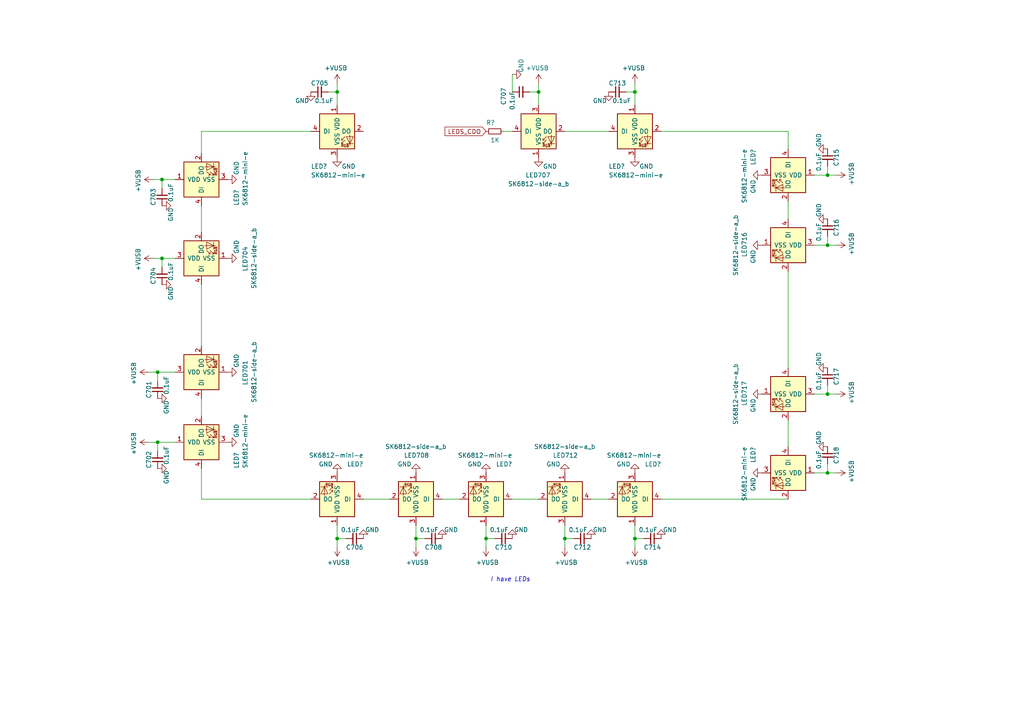
<source format=kicad_sch>
(kicad_sch (version 20230121) (generator eeschema)
  (paper "A4")
  (lib_symbols
    (symbol "BusPirate-5-rev8-rescue:+VUSB-dp-power" (power) (pin_names (offset 1.016))
      (property "Value" "+VUSB-dp-power" (at 0 5.08 0))
      (symbol "+VUSB-dp-power_0_1"
        (polyline (pts (xy 0 0) (xy 0 2.54)))
        (polyline (pts (xy 0 2.54) (xy -0.762 1.27)))
        (polyline (pts (xy 0 2.54) (xy 0.762 1.27)))
      )
      (symbol "+VUSB-dp-power_1_1"
        (pin power_in line (at 0 0 90) (length 0) hide (name "+VUSB") (number "1"))
      )
    )
    (symbol "BusPirate-5-rev8-rescue:SK6812-mini-e-dp-LED" (pin_names (offset 1.016))
      (property "Reference" "LED" (at 11.43 -5.08 0))
      (property "Value" "dp-LED_SK6812-mini-e" (at 11.43 -7.62 0))
      (symbol "SK6812-mini-e-dp-LED_1_1"
        (polyline (pts (xy 1.27 -3.556) (xy 1.778 -3.556)))
        (polyline (pts (xy 1.27 -2.54) (xy 1.778 -2.54)))
        (polyline (pts (xy 4.699 -3.556) (xy 2.667 -3.556)))
        (polyline (pts (xy 2.286 -2.54) (xy 1.27 -3.556) (xy 1.27 -3.048)))
        (polyline (pts (xy 2.286 -1.524) (xy 1.27 -2.54) (xy 1.27 -2.032)))
        (polyline (pts (xy 3.683 -1.016) (xy 3.683 -3.556) (xy 3.683 -4.064)))
        (polyline (pts (xy 4.699 -1.524) (xy 2.667 -1.524) (xy 3.683 -3.556) (xy 4.699 -1.524)))
        (rectangle (start 5.08 5.08) (end -5.08 -5.08) (stroke (width 0.254)) (fill (type background)))
        (text "RGB" (at 2.286 -4.191 0) (effects (font (size 0.762 0.762))))
        (pin power_in line (at 0 7.62 270) (length 2.54) (name "VDD") (number "1"))
        (pin output line (at 7.62 0 180) (length 2.54) (name "DO") (number "2"))
        (pin power_in line (at 0 -7.62 90) (length 2.54) (name "VSS") (number "3"))
        (pin input line (at -7.62 0 0) (length 2.54) (name "DI") (number "4"))
      )
    )
    (symbol "BusPirate-5-rev8-rescue:SK6812-side-a_b-dp-LED" (pin_names (offset 1.016))
      (property "Reference" "LED" (at 12.7 -5.08 0))
      (property "Value" "dp-LED_SK6812-side-a_b" (at 12.7 -7.62 0))
      (symbol "SK6812-side-a_b-dp-LED_1_1"
        (polyline (pts (xy 1.27 -3.556) (xy 1.778 -3.556)))
        (polyline (pts (xy 1.27 -2.54) (xy 1.778 -2.54)))
        (polyline (pts (xy 4.699 -3.556) (xy 2.667 -3.556)))
        (polyline (pts (xy 2.286 -2.54) (xy 1.27 -3.556) (xy 1.27 -3.048)))
        (polyline (pts (xy 2.286 -1.524) (xy 1.27 -2.54) (xy 1.27 -2.032)))
        (polyline (pts (xy 3.683 -1.016) (xy 3.683 -3.556) (xy 3.683 -4.064)))
        (polyline (pts (xy 4.699 -1.524) (xy 2.667 -1.524) (xy 3.683 -3.556) (xy 4.699 -1.524)))
        (rectangle (start 5.08 5.08) (end -5.08 -5.08) (stroke (width 0.254)) (fill (type background)))
        (text "RGB" (at 2.286 -4.191 0) (effects (font (size 0.762 0.762))))
        (pin power_in line (at 0 -7.62 90) (length 2.54) (name "VSS") (number "1"))
        (pin output line (at 7.62 0 180) (length 2.54) (name "DO") (number "2"))
        (pin power_in line (at 0 7.62 270) (length 2.54) (name "VDD") (number "3"))
        (pin input line (at -7.62 0 0) (length 2.54) (name "DI") (number "4"))
      )
    )
    (symbol "Device:C_Small" (pin_numbers hide) (pin_names (offset 0.254) hide)
      (property "Reference" "C" (at 0.254 1.778 0))
      (property "Value" "C_Small" (at 0.254 -2.032 0))
      (symbol "C_Small_0_1"
        (polyline (pts (xy -1.524 -0.508) (xy 1.524 -0.508)) (stroke (width 0.3302)))
        (polyline (pts (xy -1.524 0.508) (xy 1.524 0.508)) (stroke (width 0.3048)))
      )
      (symbol "C_Small_1_1"
        (pin passive line (at 0 2.54 270) (length 2.032) (name "~") (number "1"))
        (pin passive line (at 0 -2.54 90) (length 2.032) (name "~") (number "2"))
      )
    )
    (symbol "Device:R_Small" (pin_numbers hide) (pin_names (offset 0.254) hide)
      (property "Reference" "R" (at 0.762 0.508 0))
      (property "Value" "R_Small" (at 0.762 -1.016 0))
      (symbol "R_Small_0_1"
        (rectangle (start -0.762 1.778) (end 0.762 -1.778) (stroke (width 0.2032)))
      )
      (symbol "R_Small_1_1"
        (pin passive line (at 0 2.54 270) (length 0.762) (name "~") (number "1"))
        (pin passive line (at 0 -2.54 90) (length 0.762) (name "~") (number "2"))
      )
    )
    (symbol "power:GND" (power) (pin_names (offset 0))
      (property "Value" "GND" (at 0 -3.81 0))
      (symbol "GND_0_1"
        (polyline (pts (xy 0 0) (xy 0 -1.27) (xy 1.27 -1.27) (xy 0 -2.54) (xy -1.27 -1.27) (xy 0 -1.27)))
      )
      (symbol "GND_1_1"
        (pin power_in line (at 0 0 270) (length 0) hide (name "GND") (number "1"))
      )
    )
  )
  (junction (at 97.79 26.67))
  (junction (at 184.15 156.21))
  (junction (at 120.65 156.21))
  (junction (at 163.83 156.21))
  (junction (at 240.03 114.3))
  (junction (at 46.99 74.93))
  (junction (at 156.21 26.67))
  (junction (at 240.03 71.12))
  (junction (at 240.03 50.8))
  (junction (at 46.99 52.07))
  (junction (at 97.79 156.21))
  (junction (at 240.03 137.16))
  (junction (at 184.15 26.67))
  (junction (at 45.72 107.95))
  (junction (at 140.97 156.21))
  (junction (at 45.72 128.27))
  (wire (pts (xy 97.79 24.13) (xy 97.79 26.67)))
  (wire (pts (xy 242.57 50.8) (xy 240.03 50.8)))
  (wire (pts (xy 58.42 38.1) (xy 90.17 38.1)))
  (wire (pts (xy 163.83 158.75) (xy 163.83 156.21)))
  (wire (pts (xy 184.15 24.13) (xy 184.15 26.67)))
  (wire (pts (xy 143.51 156.21) (xy 140.97 156.21)))
  (wire (pts (xy 240.03 134.62) (xy 240.03 137.16)))
  (wire (pts (xy 45.72 130.81) (xy 45.72 128.27)))
  (wire (pts (xy 58.42 82.55) (xy 58.42 100.33)))
  (wire (pts (xy 58.42 120.65) (xy 58.42 115.57)))
  (wire (pts (xy 228.6 43.18) (xy 228.6 38.1)))
  (wire (pts (xy 153.67 26.67) (xy 156.21 26.67)))
  (wire (pts (xy 184.15 158.75) (xy 184.15 156.21)))
  (wire (pts (xy 58.42 44.45) (xy 58.42 38.1)))
  (wire (pts (xy 176.53 144.78) (xy 171.45 144.78)))
  (wire (pts (xy 97.79 158.75) (xy 97.79 156.21)))
  (wire (pts (xy 156.21 24.13) (xy 156.21 26.67)))
  (wire (pts (xy 123.19 156.21) (xy 120.65 156.21)))
  (wire (pts (xy 186.69 156.21) (xy 184.15 156.21)))
  (wire (pts (xy 90.17 144.78) (xy 58.42 144.78)))
  (wire (pts (xy 43.18 128.27) (xy 45.72 128.27)))
  (wire (pts (xy 46.99 54.61) (xy 46.99 52.07)))
  (wire (pts (xy 156.21 26.67) (xy 156.21 30.48)))
  (wire (pts (xy 120.65 158.75) (xy 120.65 156.21)))
  (wire (pts (xy 191.77 38.1) (xy 228.6 38.1)))
  (wire (pts (xy 181.61 26.67) (xy 184.15 26.67)))
  (wire (pts (xy 184.15 156.21) (xy 184.15 152.4)))
  (wire (pts (xy 45.72 110.49) (xy 45.72 107.95)))
  (wire (pts (xy 163.83 156.21) (xy 163.83 152.4)))
  (wire (pts (xy 45.72 128.27) (xy 50.8 128.27)))
  (wire (pts (xy 191.77 144.78) (xy 228.6 144.78)))
  (wire (pts (xy 184.15 26.67) (xy 184.15 30.48)))
  (wire (pts (xy 140.97 158.75) (xy 140.97 156.21)))
  (wire (pts (xy 45.72 107.95) (xy 50.8 107.95)))
  (wire (pts (xy 46.99 77.47) (xy 46.99 74.93)))
  (wire (pts (xy 240.03 48.26) (xy 240.03 50.8)))
  (wire (pts (xy 240.03 111.76) (xy 240.03 114.3)))
  (wire (pts (xy 44.45 74.93) (xy 46.99 74.93)))
  (wire (pts (xy 240.03 114.3) (xy 236.22 114.3)))
  (wire (pts (xy 58.42 59.69) (xy 58.42 67.31)))
  (wire (pts (xy 58.42 135.89) (xy 58.42 144.78)))
  (wire (pts (xy 100.33 156.21) (xy 97.79 156.21)))
  (wire (pts (xy 228.6 78.74) (xy 228.6 106.68)))
  (wire (pts (xy 120.65 156.21) (xy 120.65 152.4)))
  (wire (pts (xy 228.6 58.42) (xy 228.6 63.5)))
  (wire (pts (xy 140.97 156.21) (xy 140.97 152.4)))
  (wire (pts (xy 148.59 26.67) (xy 148.59 21.59)))
  (wire (pts (xy 242.57 114.3) (xy 240.03 114.3)))
  (wire (pts (xy 148.59 144.78) (xy 156.21 144.78)))
  (wire (pts (xy 240.03 71.12) (xy 236.22 71.12)))
  (wire (pts (xy 240.03 68.58) (xy 240.03 71.12)))
  (wire (pts (xy 242.57 71.12) (xy 240.03 71.12)))
  (wire (pts (xy 240.03 50.8) (xy 236.22 50.8)))
  (wire (pts (xy 43.18 107.95) (xy 45.72 107.95)))
  (wire (pts (xy 44.45 52.07) (xy 46.99 52.07)))
  (wire (pts (xy 242.57 137.16) (xy 240.03 137.16)))
  (wire (pts (xy 105.41 144.78) (xy 113.03 144.78)))
  (wire (pts (xy 228.6 129.54) (xy 228.6 121.92)))
  (wire (pts (xy 146.05 38.1) (xy 148.59 38.1)))
  (wire (pts (xy 95.25 26.67) (xy 97.79 26.67)))
  (wire (pts (xy 46.99 52.07) (xy 50.8 52.07)))
  (wire (pts (xy 163.83 38.1) (xy 176.53 38.1)))
  (wire (pts (xy 133.35 144.78) (xy 128.27 144.78)))
  (wire (pts (xy 166.37 156.21) (xy 163.83 156.21)))
  (wire (pts (xy 97.79 156.21) (xy 97.79 152.4)))
  (wire (pts (xy 240.03 137.16) (xy 236.22 137.16)))
  (wire (pts (xy 46.99 74.93) (xy 50.8 74.93)))
  (wire (pts (xy 97.79 26.67) (xy 97.79 30.48)))
  (text "I have LEDs" (at 142.24 168.91 0) (effects (font (size 1.27 1.27) italic) (justify left bottom)))
  (global_label "LEDS_CDO" (shape input) (at 140.97 38.1 180) (property "Intersheetrefs" "${INTERSHEET_REFS}" (effects hide)))
  (symbol (lib_id "BusPirate-5-rev8-rescue:+VUSB-dp-power") (at 44.45 74.93 90) (unit 1)
    (property "Reference" "#PWR0704" (effects hide))
    (property "Value" "+VUSB" (at 40.0558 75.311 0))
  )
  (symbol (lib_id "power:GND") (at 46.99 82.55 90) (unit 1)
    (property "Reference" "#PWR0708" (effects hide))
    (property "Value" "GND" (at 49.53 85.09 0))
  )
  (symbol (lib_id "Device:C_Small") (at 46.99 80.01 180) (unit 1)
    (property "Reference" "C704" (at 44.45 80.01 90))
    (property "Value" "0.1uF" (at 49.53 78.74 90))
    (property "Footprint" "Capacitor_SMD:C_0402_1005Metric" (effects hide))
    (property "RMB" "0.00628" (effects hide))
    (property "Supplier" "https://item.szlcsc.com/1877.html" (effects hide))
  )
  (symbol (lib_id "power:GND") (at 66.04 74.93 90) (unit 1)
    (property "Reference" "#PWR0712" (effects hide))
    (property "Value" "GND" (at 68.58 73.66 0) (effects (justify left)))
  )
  (symbol (lib_id "BusPirate-5-rev8-rescue:+VUSB-dp-power") (at 44.45 52.07 90) (unit 1)
    (property "Reference" "#PWR0703" (effects hide))
    (property "Value" "+VUSB" (at 40.0558 52.451 0))
  )
  (symbol (lib_id "power:GND") (at 46.99 59.69 90) (unit 1)
    (property "Reference" "#PWR0707" (effects hide))
    (property "Value" "GND" (at 49.53 62.23 0))
  )
  (symbol (lib_id "Device:C_Small") (at 46.99 57.15 180) (unit 1)
    (property "Reference" "C703" (at 44.45 57.15 90))
    (property "Value" "0.1uF" (at 49.53 55.88 90))
    (property "Footprint" "Capacitor_SMD:C_0402_1005Metric" (effects hide))
    (property "RMB" "0.00628" (effects hide))
    (property "Supplier" "https://item.szlcsc.com/1877.html" (effects hide))
  )
  (symbol (lib_id "power:GND") (at 66.04 52.07 90) (unit 1)
    (property "Reference" "#PWR0711" (effects hide))
    (property "Value" "GND" (at 68.58 50.8 0) (effects (justify left)))
  )
  (symbol (lib_id "BusPirate-5-rev8-rescue:SK6812-mini-e-dp-LED") (at 58.42 52.07 90) (unit 1)
    (property "Reference" "LED?" (at 68.58 59.69 0) (effects (justify left)))
    (property "Value" "SK6812-mini-e" (at 71.12 59.69 0) (effects (justify left)))
    (property "Footprint" "dp-LED:SK6812-mini-e" (effects hide))
    (property "RMB" "0.5296" (effects hide))
    (property "Supplier" "https://item.szlcsc.com/542109.html" (effects hide))
  )
  (symbol (lib_id "BusPirate-5-rev8-rescue:+VUSB-dp-power") (at 97.79 24.13 0) (unit 1)
    (property "Reference" "#PWR0714" (effects hide))
    (property "Value" "+VUSB" (at 97.409 19.7358 0))
  )
  (symbol (lib_id "power:GND") (at 90.17 26.67 0) (unit 1)
    (property "Reference" "#PWR0713" (effects hide))
    (property "Value" "GND" (at 87.63 29.21 0))
  )
  (symbol (lib_id "power:GND") (at 97.79 45.72 0) (unit 1)
    (property "Reference" "#PWR0715" (effects hide))
    (property "Value" "GND" (at 99.06 48.26 0) (effects (justify left)))
  )
  (symbol (lib_id "BusPirate-5-rev8-rescue:SK6812-mini-e-dp-LED") (at 97.79 38.1 0) (unit 1)
    (property "Reference" "LED?" (at 90.17 48.26 0) (effects (justify left)))
    (property "Value" "SK6812-mini-e" (at 90.17 50.8 0) (effects (justify left)))
    (property "Footprint" "dp-LED:SK6812-mini-e" (effects hide))
    (property "RMB" "0.5296" (effects hide))
    (property "Supplier" "https://item.szlcsc.com/542109.html" (effects hide))
  )
  (symbol (lib_id "Device:C_Small") (at 92.71 26.67 90) (unit 1)
    (property "Reference" "C705" (at 92.71 24.13 90))
    (property "Value" "0.1uF" (at 93.98 29.21 90))
    (property "Footprint" "Capacitor_SMD:C_0402_1005Metric" (effects hide))
    (property "RMB" "0.00628" (effects hide))
    (property "Supplier" "https://item.szlcsc.com/1877.html" (effects hide))
  )
  (symbol (lib_id "BusPirate-5-rev8-rescue:+VUSB-dp-power") (at 184.15 24.13 0) (unit 1)
    (property "Reference" "#PWR0738" (effects hide))
    (property "Value" "+VUSB" (at 183.769 19.7358 0))
  )
  (symbol (lib_id "power:GND") (at 176.53 26.67 0) (unit 1)
    (property "Reference" "#PWR0737" (effects hide))
    (property "Value" "GND" (at 173.99 29.21 0))
  )
  (symbol (lib_id "power:GND") (at 184.15 45.72 0) (unit 1)
    (property "Reference" "#PWR0739" (effects hide))
    (property "Value" "GND" (at 185.42 48.26 0) (effects (justify left)))
  )
  (symbol (lib_id "BusPirate-5-rev8-rescue:SK6812-mini-e-dp-LED") (at 184.15 38.1 0) (unit 1)
    (property "Reference" "LED?" (at 176.53 48.26 0) (effects (justify left)))
    (property "Value" "SK6812-mini-e" (at 176.53 50.8 0) (effects (justify left)))
    (property "Footprint" "dp-LED:SK6812-mini-e" (effects hide))
    (property "RMB" "0.5296" (effects hide))
    (property "Supplier" "https://item.szlcsc.com/542109.html" (effects hide))
  )
  (symbol (lib_id "Device:C_Small") (at 179.07 26.67 90) (unit 1)
    (property "Reference" "C713" (at 179.07 24.13 90))
    (property "Value" "0.1uF" (at 180.34 29.21 90))
    (property "Footprint" "Capacitor_SMD:C_0402_1005Metric" (effects hide))
    (property "RMB" "0.00628" (effects hide))
    (property "Supplier" "https://item.szlcsc.com/1877.html" (effects hide))
  )
  (symbol (lib_id "BusPirate-5-rev8-rescue:+VUSB-dp-power") (at 242.57 71.12 270) (unit 1)
    (property "Reference" "#PWR0752" (effects hide))
    (property "Value" "+VUSB" (at 246.9642 70.739 0))
  )
  (symbol (lib_id "power:GND") (at 240.03 63.5 270) (unit 1)
    (property "Reference" "#PWR0748" (effects hide))
    (property "Value" "GND" (at 237.49 60.96 0))
  )
  (symbol (lib_id "Device:C_Small") (at 240.03 66.04 0) (unit 1)
    (property "Reference" "C716" (at 242.57 66.04 90))
    (property "Value" "0.1uF" (at 237.49 67.31 90))
    (property "Footprint" "Capacitor_SMD:C_0402_1005Metric" (effects hide))
    (property "RMB" "0.00628" (effects hide))
    (property "Supplier" "https://item.szlcsc.com/1877.html" (effects hide))
  )
  (symbol (lib_id "power:GND") (at 220.98 71.12 270) (unit 1)
    (property "Reference" "#PWR0744" (effects hide))
    (property "Value" "GND" (at 218.44 72.39 0) (effects (justify left)))
  )
  (symbol (lib_id "BusPirate-5-rev8-rescue:+VUSB-dp-power") (at 242.57 50.8 270) (unit 1)
    (property "Reference" "#PWR0751" (effects hide))
    (property "Value" "+VUSB" (at 246.9642 50.419 0))
  )
  (symbol (lib_id "power:GND") (at 240.03 43.18 270) (unit 1)
    (property "Reference" "#PWR0747" (effects hide))
    (property "Value" "GND" (at 237.49 40.64 0))
  )
  (symbol (lib_id "power:GND") (at 220.98 50.8 270) (unit 1)
    (property "Reference" "#PWR0743" (effects hide))
    (property "Value" "GND" (at 218.44 52.07 0) (effects (justify left)))
  )
  (symbol (lib_id "BusPirate-5-rev8-rescue:SK6812-mini-e-dp-LED") (at 228.6 50.8 270) (unit 1)
    (property "Reference" "LED?" (at 218.44 43.18 0) (effects (justify left)))
    (property "Value" "SK6812-mini-e" (at 215.9 43.18 0) (effects (justify left)))
    (property "Footprint" "dp-LED:SK6812-mini-e" (effects hide))
    (property "RMB" "0.5296" (effects hide))
    (property "Supplier" "https://item.szlcsc.com/542109.html" (effects hide))
  )
  (symbol (lib_id "Device:C_Small") (at 240.03 45.72 0) (unit 1)
    (property "Reference" "C715" (at 242.57 45.72 90))
    (property "Value" "0.1uF" (at 237.49 46.99 90))
    (property "Footprint" "Capacitor_SMD:C_0402_1005Metric" (effects hide))
    (property "RMB" "0.00628" (effects hide))
    (property "Supplier" "https://item.szlcsc.com/1877.html" (effects hide))
  )
  (symbol (lib_id "BusPirate-5-rev8-rescue:+VUSB-dp-power") (at 242.57 114.3 270) (unit 1)
    (property "Reference" "#PWR0753" (effects hide))
    (property "Value" "+VUSB" (at 246.9642 113.919 0))
  )
  (symbol (lib_id "power:GND") (at 240.03 106.68 270) (unit 1)
    (property "Reference" "#PWR0749" (effects hide))
    (property "Value" "GND" (at 237.49 104.14 0))
  )
  (symbol (lib_id "Device:C_Small") (at 240.03 109.22 0) (unit 1)
    (property "Reference" "C717" (at 242.57 109.22 90))
    (property "Value" "0.1uF" (at 237.49 110.49 90))
    (property "Footprint" "Capacitor_SMD:C_0402_1005Metric" (effects hide))
    (property "RMB" "0.00628" (effects hide))
    (property "Supplier" "https://item.szlcsc.com/1877.html" (effects hide))
  )
  (symbol (lib_id "power:GND") (at 220.98 114.3 270) (unit 1)
    (property "Reference" "#PWR0745" (effects hide))
    (property "Value" "GND" (at 218.44 115.57 0) (effects (justify left)))
  )
  (symbol (lib_id "BusPirate-5-rev8-rescue:+VUSB-dp-power") (at 242.57 137.16 270) (unit 1)
    (property "Reference" "#PWR0754" (effects hide))
    (property "Value" "+VUSB" (at 246.9642 136.779 0))
  )
  (symbol (lib_id "power:GND") (at 240.03 129.54 270) (unit 1)
    (property "Reference" "#PWR0750" (effects hide))
    (property "Value" "GND" (at 237.49 127 0))
  )
  (symbol (lib_id "power:GND") (at 220.98 137.16 270) (unit 1)
    (property "Reference" "#PWR0746" (effects hide))
    (property "Value" "GND" (at 218.44 138.43 0) (effects (justify left)))
  )
  (symbol (lib_id "BusPirate-5-rev8-rescue:SK6812-mini-e-dp-LED") (at 228.6 137.16 270) (unit 1)
    (property "Reference" "LED?" (at 218.44 129.54 0) (effects (justify left)))
    (property "Value" "SK6812-mini-e" (at 215.9 129.54 0) (effects (justify left)))
    (property "Footprint" "dp-LED:SK6812-mini-e" (effects hide))
    (property "RMB" "0.5296" (effects hide))
    (property "Supplier" "https://item.szlcsc.com/542109.html" (effects hide))
  )
  (symbol (lib_id "Device:C_Small") (at 240.03 132.08 0) (unit 1)
    (property "Reference" "C718" (at 242.57 132.08 90))
    (property "Value" "0.1uF" (at 237.49 133.35 90))
    (property "Footprint" "Capacitor_SMD:C_0402_1005Metric" (effects hide))
    (property "RMB" "0.00628" (effects hide))
    (property "Supplier" "https://item.szlcsc.com/1877.html" (effects hide))
  )
  (symbol (lib_id "BusPirate-5-rev8-rescue:+VUSB-dp-power") (at 163.83 158.75 180) (unit 1)
    (property "Reference" "#PWR0735" (effects hide))
    (property "Value" "+VUSB" (at 164.211 163.1442 0))
  )
  (symbol (lib_id "power:GND") (at 171.45 156.21 180) (unit 1)
    (property "Reference" "#PWR0736" (effects hide))
    (property "Value" "GND" (at 173.99 153.67 0))
  )
  (symbol (lib_id "Device:C_Small") (at 168.91 156.21 270) (unit 1)
    (property "Reference" "C712" (at 168.91 158.75 90))
    (property "Value" "0.1uF" (at 167.64 153.67 90))
    (property "Footprint" "Capacitor_SMD:C_0402_1005Metric" (effects hide))
    (property "RMB" "0.00628" (effects hide))
    (property "Supplier" "https://item.szlcsc.com/1877.html" (effects hide))
  )
  (symbol (lib_id "power:GND") (at 163.83 137.16 180) (unit 1)
    (property "Reference" "#PWR0734" (effects hide))
    (property "Value" "GND" (at 162.56 134.62 0) (effects (justify left)))
  )
  (symbol (lib_id "BusPirate-5-rev8-rescue:+VUSB-dp-power") (at 184.15 158.75 180) (unit 1)
    (property "Reference" "#PWR0741" (effects hide))
    (property "Value" "+VUSB" (at 184.531 163.1442 0))
  )
  (symbol (lib_id "power:GND") (at 191.77 156.21 180) (unit 1)
    (property "Reference" "#PWR0742" (effects hide))
    (property "Value" "GND" (at 194.31 153.67 0))
  )
  (symbol (lib_id "power:GND") (at 184.15 137.16 180) (unit 1)
    (property "Reference" "#PWR0740" (effects hide))
    (property "Value" "GND" (at 182.88 134.62 0) (effects (justify left)))
  )
  (symbol (lib_id "BusPirate-5-rev8-rescue:SK6812-mini-e-dp-LED") (at 184.15 144.78 180) (unit 1)
    (property "Reference" "LED?" (at 191.77 134.62 0) (effects (justify left)))
    (property "Value" "SK6812-mini-e" (at 191.77 132.08 0) (effects (justify left)))
    (property "Footprint" "dp-LED:SK6812-mini-e" (effects hide))
    (property "RMB" "0.5296" (effects hide))
    (property "Supplier" "https://item.szlcsc.com/542109.html" (effects hide))
  )
  (symbol (lib_id "Device:C_Small") (at 189.23 156.21 270) (unit 1)
    (property "Reference" "C714" (at 189.23 158.75 90))
    (property "Value" "0.1uF" (at 187.96 153.67 90))
    (property "Footprint" "Capacitor_SMD:C_0402_1005Metric" (effects hide))
    (property "RMB" "0.00628" (effects hide))
    (property "Supplier" "https://item.szlcsc.com/1877.html" (effects hide))
  )
  (symbol (lib_id "BusPirate-5-rev8-rescue:+VUSB-dp-power") (at 120.65 158.75 180) (unit 1)
    (property "Reference" "#PWR0723" (effects hide))
    (property "Value" "+VUSB" (at 121.031 163.1442 0))
  )
  (symbol (lib_id "power:GND") (at 128.27 156.21 180) (unit 1)
    (property "Reference" "#PWR0724" (effects hide))
    (property "Value" "GND" (at 130.81 153.67 0))
  )
  (symbol (lib_id "Device:C_Small") (at 125.73 156.21 270) (unit 1)
    (property "Reference" "C708" (at 125.73 158.75 90))
    (property "Value" "0.1uF" (at 124.46 153.67 90))
    (property "Footprint" "Capacitor_SMD:C_0402_1005Metric" (effects hide))
    (property "RMB" "0.00628" (effects hide))
    (property "Supplier" "https://item.szlcsc.com/1877.html" (effects hide))
  )
  (symbol (lib_id "power:GND") (at 120.65 137.16 180) (unit 1)
    (property "Reference" "#PWR0722" (effects hide))
    (property "Value" "GND" (at 119.38 134.62 0) (effects (justify left)))
  )
  (symbol (lib_id "BusPirate-5-rev8-rescue:+VUSB-dp-power") (at 140.97 158.75 180) (unit 1)
    (property "Reference" "#PWR0729" (effects hide))
    (property "Value" "+VUSB" (at 141.351 163.1442 0))
  )
  (symbol (lib_id "power:GND") (at 148.59 156.21 180) (unit 1)
    (property "Reference" "#PWR0730" (effects hide))
    (property "Value" "GND" (at 151.13 153.67 0))
  )
  (symbol (lib_id "power:GND") (at 140.97 137.16 180) (unit 1)
    (property "Reference" "#PWR0728" (effects hide))
    (property "Value" "GND" (at 139.7 134.62 0) (effects (justify left)))
  )
  (symbol (lib_id "BusPirate-5-rev8-rescue:SK6812-mini-e-dp-LED") (at 140.97 144.78 180) (unit 1)
    (property "Reference" "LED?" (at 148.59 134.62 0) (effects (justify left)))
    (property "Value" "SK6812-mini-e" (at 148.59 132.08 0) (effects (justify left)))
    (property "Footprint" "dp-LED:SK6812-mini-e" (effects hide))
    (property "RMB" "0.5296" (effects hide))
    (property "Supplier" "https://item.szlcsc.com/542109.html" (effects hide))
  )
  (symbol (lib_id "Device:C_Small") (at 146.05 156.21 270) (unit 1)
    (property "Reference" "C710" (at 146.05 158.75 90))
    (property "Value" "0.1uF" (at 144.78 153.67 90))
    (property "Footprint" "Capacitor_SMD:C_0402_1005Metric" (effects hide))
    (property "RMB" "0.00628" (effects hide))
    (property "Supplier" "https://item.szlcsc.com/1877.html" (effects hide))
  )
  (symbol (lib_id "BusPirate-5-rev8-rescue:+VUSB-dp-power") (at 97.79 158.75 180) (unit 1)
    (property "Reference" "#PWR0717" (effects hide))
    (property "Value" "+VUSB" (at 98.171 163.1442 0))
  )
  (symbol (lib_id "power:GND") (at 105.41 156.21 180) (unit 1)
    (property "Reference" "#PWR0718" (effects hide))
    (property "Value" "GND" (at 107.95 153.67 0))
  )
  (symbol (lib_id "power:GND") (at 97.79 137.16 180) (unit 1)
    (property "Reference" "#PWR0716" (effects hide))
    (property "Value" "GND" (at 96.52 134.62 0) (effects (justify left)))
  )
  (symbol (lib_id "BusPirate-5-rev8-rescue:SK6812-mini-e-dp-LED") (at 97.79 144.78 180) (unit 1)
    (property "Reference" "LED?" (at 105.41 134.62 0) (effects (justify left)))
    (property "Value" "SK6812-mini-e" (at 105.41 132.08 0) (effects (justify left)))
    (property "Footprint" "dp-LED:SK6812-mini-e" (effects hide))
    (property "RMB" "0.5296" (effects hide))
    (property "Supplier" "https://item.szlcsc.com/542109.html" (effects hide))
  )
  (symbol (lib_id "Device:C_Small") (at 102.87 156.21 270) (unit 1)
    (property "Reference" "C706" (at 102.87 158.75 90))
    (property "Value" "0.1uF" (at 101.6 153.67 90))
    (property "Footprint" "Capacitor_SMD:C_0402_1005Metric" (effects hide))
    (property "RMB" "0.00628" (effects hide))
    (property "Supplier" "https://item.szlcsc.com/1877.html" (effects hide))
  )
  (symbol (lib_id "BusPirate-5-rev8-rescue:+VUSB-dp-power") (at 43.18 107.95 90) (unit 1)
    (property "Reference" "#PWR0701" (effects hide))
    (property "Value" "+VUSB" (at 38.7858 108.331 0))
  )
  (symbol (lib_id "power:GND") (at 45.72 115.57 90) (unit 1)
    (property "Reference" "#PWR0705" (effects hide))
    (property "Value" "GND" (at 48.26 118.11 0))
  )
  (symbol (lib_id "Device:C_Small") (at 45.72 113.03 180) (unit 1)
    (property "Reference" "C701" (at 43.18 113.03 90))
    (property "Value" "0.1uF" (at 48.26 111.76 90))
    (property "Footprint" "Capacitor_SMD:C_0402_1005Metric" (effects hide))
    (property "RMB" "0.00628" (effects hide))
    (property "Supplier" "https://item.szlcsc.com/1877.html" (effects hide))
  )
  (symbol (lib_id "power:GND") (at 66.04 107.95 90) (unit 1)
    (property "Reference" "#PWR0709" (effects hide))
    (property "Value" "GND" (at 68.58 106.68 0) (effects (justify left)))
  )
  (symbol (lib_id "BusPirate-5-rev8-rescue:+VUSB-dp-power") (at 43.18 128.27 90) (unit 1)
    (property "Reference" "#PWR0702" (effects hide))
    (property "Value" "+VUSB" (at 38.7858 128.651 0))
  )
  (symbol (lib_id "power:GND") (at 45.72 135.89 90) (unit 1)
    (property "Reference" "#PWR0706" (effects hide))
    (property "Value" "GND" (at 48.26 138.43 0))
  )
  (symbol (lib_id "power:GND") (at 66.04 128.27 90) (unit 1)
    (property "Reference" "#PWR0710" (effects hide))
    (property "Value" "GND" (at 68.58 127 0) (effects (justify left)))
  )
  (symbol (lib_id "BusPirate-5-rev8-rescue:SK6812-mini-e-dp-LED") (at 58.42 128.27 90) (unit 1)
    (property "Reference" "LED?" (at 68.58 135.89 0) (effects (justify left)))
    (property "Value" "SK6812-mini-e" (at 71.12 135.89 0) (effects (justify left)))
    (property "Footprint" "dp-LED:SK6812-mini-e" (effects hide))
    (property "RMB" "0.5296" (effects hide))
    (property "Supplier" "https://item.szlcsc.com/542109.html" (effects hide))
  )
  (symbol (lib_id "Device:C_Small") (at 45.72 133.35 180) (unit 1)
    (property "Reference" "C702" (at 43.18 133.35 90))
    (property "Value" "0.1uF" (at 48.26 132.08 90))
    (property "Footprint" "Capacitor_SMD:C_0402_1005Metric" (effects hide))
    (property "RMB" "0.00628" (effects hide))
    (property "Supplier" "https://item.szlcsc.com/1877.html" (effects hide))
  )
  (symbol (lib_id "Device:C_Small") (at 151.13 26.67 90) (unit 1)
    (property "Reference" "C707" (at 146.05 27.94 0))
    (property "Value" "0.1uF" (at 148.59 29.21 0))
    (property "Footprint" "Capacitor_SMD:C_0402_1005Metric" (effects hide))
    (property "RMB" "0.00628" (effects hide))
    (property "Supplier" "https://item.szlcsc.com/1877.html" (effects hide))
  )
  (symbol (lib_id "BusPirate-5-rev8-rescue:+VUSB-dp-power") (at 156.21 24.13 0) (unit 1)
    (property "Reference" "#PWR01" (effects hide))
    (property "Value" "+VUSB" (at 155.829 19.7358 0))
  )
  (symbol (lib_id "power:GND") (at 148.59 21.59 90) (unit 1)
    (property "Reference" "#PWR02" (effects hide))
    (property "Value" "GND" (at 151.13 19.05 0))
  )
  (symbol (lib_id "power:GND") (at 156.21 45.72 0) (unit 1)
    (property "Reference" "#PWR0130" (effects hide))
    (property "Value" "GND" (at 157.48 48.26 0) (effects (justify left)))
  )
  (symbol (lib_id "Device:R_Small") (at 143.51 38.1 90) (unit 1)
    (property "Reference" "R?" (at 140.97 35.56 90) (effects (justify right)))
    (property "Value" "1K" (at 142.24 40.64 90) (effects (justify right)))
    (property "Footprint" "Resistor_SMD:R_0402_1005Metric" (effects hide))
    (property "RMB" "0.005622" (effects hide))
    (property "Supplier" "https://item.szlcsc.com/107450.html" (effects hide))
  )
  (symbol (lib_id "BusPirate-5-rev8-rescue:SK6812-side-a_b-dp-LED") (at 156.21 38.1 0) (unit 1)
    (property "Reference" "LED707" (at 152.4 50.8 0) (effects (justify left)))
    (property "Value" "SK6812-side-a_b" (at 147.32 53.34 0) (effects (justify left)))
    (property "Footprint" "dp-LED:SK6812-side-a_b" (effects hide))
  )
  (symbol (lib_id "BusPirate-5-rev8-rescue:SK6812-side-a_b-dp-LED") (at 228.6 71.12 270) (unit 1)
    (property "Reference" "LED716" (at 215.9 67.31 0) (effects (justify left)))
    (property "Value" "SK6812-side-a_b" (at 213.36 62.23 0) (effects (justify left)))
    (property "Footprint" "dp-LED:SK6812-side-a_b" (effects hide))
  )
  (symbol (lib_id "BusPirate-5-rev8-rescue:SK6812-side-a_b-dp-LED") (at 228.6 114.3 270) (unit 1)
    (property "Reference" "LED717" (at 215.9 110.49 0) (effects (justify left)))
    (property "Value" "SK6812-side-a_b" (at 213.36 105.41 0) (effects (justify left)))
    (property "Footprint" "dp-LED:SK6812-side-a_b" (effects hide))
  )
  (symbol (lib_id "BusPirate-5-rev8-rescue:SK6812-side-a_b-dp-LED") (at 163.83 144.78 180) (unit 1)
    (property "Reference" "LED712" (at 167.64 132.08 0) (effects (justify left)))
    (property "Value" "SK6812-side-a_b" (at 172.72 129.54 0) (effects (justify left)))
    (property "Footprint" "dp-LED:SK6812-side-a_b" (effects hide))
  )
  (symbol (lib_id "BusPirate-5-rev8-rescue:SK6812-side-a_b-dp-LED") (at 120.65 144.78 180) (unit 1)
    (property "Reference" "LED708" (at 124.46 132.08 0) (effects (justify left)))
    (property "Value" "SK6812-side-a_b" (at 129.54 129.54 0) (effects (justify left)))
    (property "Footprint" "dp-LED:SK6812-side-a_b" (effects hide))
  )
  (symbol (lib_id "BusPirate-5-rev8-rescue:SK6812-side-a_b-dp-LED") (at 58.42 107.95 90) (unit 1)
    (property "Reference" "LED701" (at 71.12 111.76 0) (effects (justify left)))
    (property "Value" "SK6812-side-a_b" (at 73.66 116.84 0) (effects (justify left)))
    (property "Footprint" "dp-LED:SK6812-side-a_b" (effects hide))
  )
  (symbol (lib_id "BusPirate-5-rev8-rescue:SK6812-side-a_b-dp-LED") (at 58.42 74.93 90) (unit 1)
    (property "Reference" "LED704" (at 71.12 78.74 0) (effects (justify left)))
    (property "Value" "SK6812-side-a_b" (at 73.66 83.82 0) (effects (justify left)))
    (property "Footprint" "dp-LED:SK6812-side-a_b" (effects hide))
  )
)
</source>
